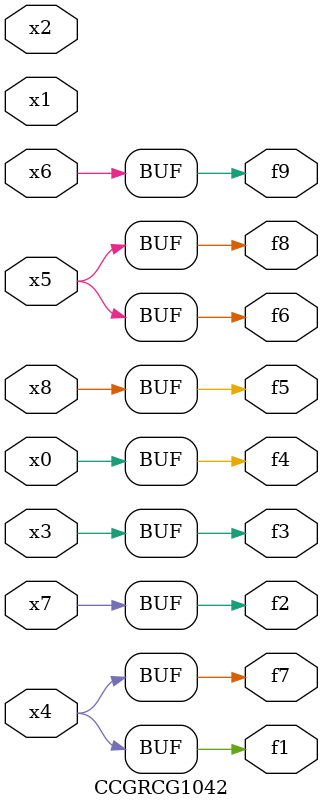
<source format=v>
module CCGRCG1042(
	input x0, x1, x2, x3, x4, x5, x6, x7, x8,
	output f1, f2, f3, f4, f5, f6, f7, f8, f9
);
	assign f1 = x4;
	assign f2 = x7;
	assign f3 = x3;
	assign f4 = x0;
	assign f5 = x8;
	assign f6 = x5;
	assign f7 = x4;
	assign f8 = x5;
	assign f9 = x6;
endmodule

</source>
